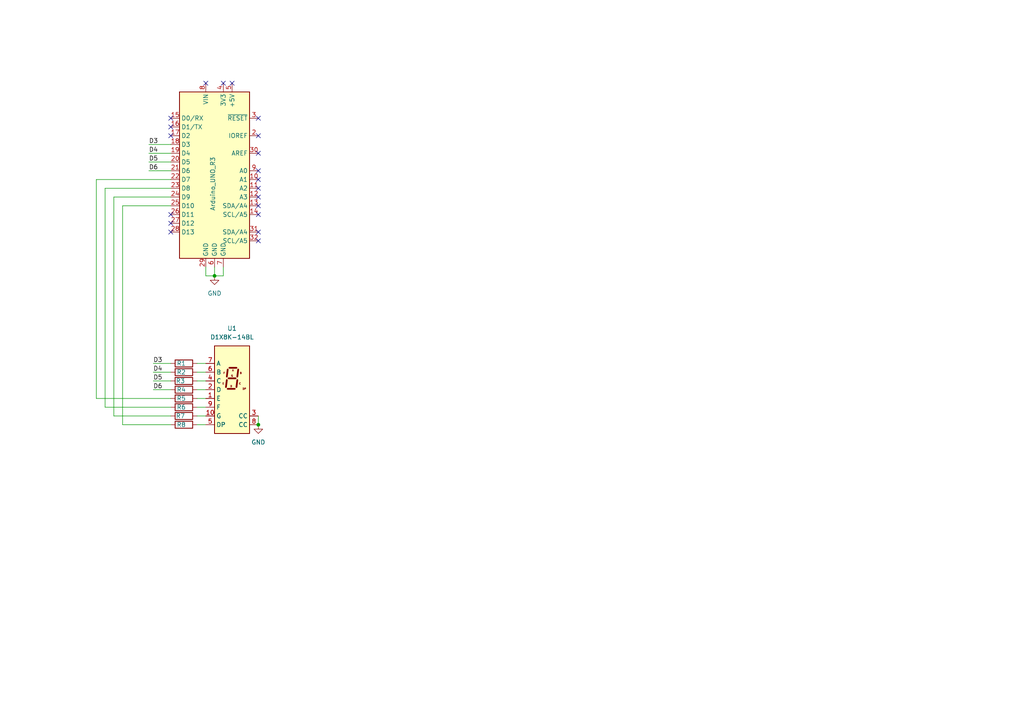
<source format=kicad_sch>
(kicad_sch (version 20231120) (generator "eeschema") (generator_version "8.0")
  (paper "A4")
  (lib_symbols
    (symbol "Device:R" (pin_numbers hide) (pin_names (offset 0))
      (property "Reference" "R" (at 2.032 0 90))
      (property "Value" "R" (at 0 0 90))
      (symbol "R_0_1"
        (rectangle (start -1.016 -2.54) (end 1.016 2.54) (stroke (width 0.254)))
      )
      (symbol "R_1_1"
        (pin passive line (at 0 3.81 270) (length 1.27) (name "~") (number "1"))
        (pin passive line (at 0 -3.81 90) (length 1.27) (name "~") (number "2"))
      )
    )
    (symbol "Display_Character:D1X8K-14BL"
      (property "Reference" "U" (at -2.54 13.97 0))
      (property "Value" "D1X8K-14BL" (at 1.27 13.97 0))
      (symbol "D1X8K-14BL_0_0"
        (text "A" (at 0.254 5.588 0) (effects (font (size 0.508 0.508))))
        (text "B" (at 2.54 4.826 0) (effects (font (size 0.508 0.508))))
        (text "C" (at 2.286 1.778 0) (effects (font (size 0.508 0.508))))
        (text "D" (at -0.254 1.016 0) (effects (font (size 0.508 0.508))))
        (text "DP" (at 3.556 0.254 0) (effects (font (size 0.508 0.508))))
        (text "E" (at -2.54 1.778 0) (effects (font (size 0.508 0.508))))
        (text "F" (at -2.286 4.826 0) (effects (font (size 0.508 0.508))))
        (text "G" (at 0 4.064 0) (effects (font (size 0.508 0.508))))
      )
      (symbol "D1X8K-14BL_0_1"
        (rectangle (start -5.08 12.7) (end 5.08 -12.7) (stroke (width 0.254)) (fill (type background)))
        (polyline (pts (xy -1.524 2.794) (xy -1.778 0.762)) (stroke (width 0.508)))
        (polyline (pts (xy -1.27 0.254) (xy 0.762 0.254)) (stroke (width 0.508)))
        (polyline (pts (xy -1.27 5.842) (xy -1.524 3.81)) (stroke (width 0.508)))
        (polyline (pts (xy -1.016 3.302) (xy 1.016 3.302)) (stroke (width 0.508)))
        (polyline (pts (xy -0.762 6.35) (xy 1.27 6.35)) (stroke (width 0.508)))
        (polyline (pts (xy 1.524 2.794) (xy 1.27 0.762)) (stroke (width 0.508)))
        (polyline (pts (xy 1.778 5.842) (xy 1.524 3.81)) (stroke (width 0.508)))
        (polyline (pts (xy 2.54 0.254) (xy 2.54 0.254)) (stroke (width 0.508)))
      )
      (symbol "D1X8K-14BL_1_1"
        (pin input line (at -7.62 -2.54 0) (length 2.54) (name "E") (number "1"))
        (pin input line (at -7.62 -7.62 0) (length 2.54) (name "G") (number "10"))
        (pin input line (at -7.62 0 0) (length 2.54) (name "D") (number "2"))
        (pin input line (at 7.62 -7.62 180) (length 2.54) (name "CC") (number "3"))
        (pin input line (at -7.62 2.54 0) (length 2.54) (name "C") (number "4"))
        (pin input line (at -7.62 -10.16 0) (length 2.54) (name "DP") (number "5"))
        (pin input line (at -7.62 5.08 0) (length 2.54) (name "B") (number "6"))
        (pin input line (at -7.62 7.62 0) (length 2.54) (name "A") (number "7"))
        (pin input line (at 7.62 -10.16 180) (length 2.54) (name "CC") (number "8"))
        (pin input line (at -7.62 -5.08 0) (length 2.54) (name "F") (number "9"))
      )
    )
    (symbol "MCU_Module:Arduino_UNO_R3"
      (property "Reference" "A" (at -10.16 23.495 0))
      (property "Value" "Arduino_UNO_R3" (at 5.08 -26.67 0))
      (symbol "Arduino_UNO_R3_0_1"
        (rectangle (start -10.16 22.86) (end 10.16 -25.4) (stroke (width 0.254)) (fill (type background)))
      )
      (symbol "Arduino_UNO_R3_1_1"
        (pin no_connect line (at -10.16 -20.32 0) (length 2.54) hide (name "NC") (number "1"))
        (pin bidirectional line (at 12.7 -2.54 180) (length 2.54) (name "A1") (number "10"))
        (pin bidirectional line (at 12.7 -5.08 180) (length 2.54) (name "A2") (number "11"))
        (pin bidirectional line (at 12.7 -7.62 180) (length 2.54) (name "A3") (number "12"))
        (pin bidirectional line (at 12.7 -10.16 180) (length 2.54) (name "SDA/A4") (number "13"))
        (pin bidirectional line (at 12.7 -12.7 180) (length 2.54) (name "SCL/A5") (number "14"))
        (pin bidirectional line (at -12.7 15.24 0) (length 2.54) (name "D0/RX") (number "15"))
        (pin bidirectional line (at -12.7 12.7 0) (length 2.54) (name "D1/TX") (number "16"))
        (pin bidirectional line (at -12.7 10.16 0) (length 2.54) (name "D2") (number "17"))
        (pin bidirectional line (at -12.7 7.62 0) (length 2.54) (name "D3") (number "18"))
        (pin bidirectional line (at -12.7 5.08 0) (length 2.54) (name "D4") (number "19"))
        (pin output line (at 12.7 10.16 180) (length 2.54) (name "IOREF") (number "2"))
        (pin bidirectional line (at -12.7 2.54 0) (length 2.54) (name "D5") (number "20"))
        (pin bidirectional line (at -12.7 0 0) (length 2.54) (name "D6") (number "21"))
        (pin bidirectional line (at -12.7 -2.54 0) (length 2.54) (name "D7") (number "22"))
        (pin bidirectional line (at -12.7 -5.08 0) (length 2.54) (name "D8") (number "23"))
        (pin bidirectional line (at -12.7 -7.62 0) (length 2.54) (name "D9") (number "24"))
        (pin bidirectional line (at -12.7 -10.16 0) (length 2.54) (name "D10") (number "25"))
        (pin bidirectional line (at -12.7 -12.7 0) (length 2.54) (name "D11") (number "26"))
        (pin bidirectional line (at -12.7 -15.24 0) (length 2.54) (name "D12") (number "27"))
        (pin bidirectional line (at -12.7 -17.78 0) (length 2.54) (name "D13") (number "28"))
        (pin power_in line (at -2.54 -27.94 90) (length 2.54) (name "GND") (number "29"))
        (pin input line (at 12.7 15.24 180) (length 2.54) (name "~{RESET}") (number "3"))
        (pin input line (at 12.7 5.08 180) (length 2.54) (name "AREF") (number "30"))
        (pin bidirectional line (at 12.7 -17.78 180) (length 2.54) (name "SDA/A4") (number "31"))
        (pin bidirectional line (at 12.7 -20.32 180) (length 2.54) (name "SCL/A5") (number "32"))
        (pin power_out line (at 2.54 25.4 270) (length 2.54) (name "3V3") (number "4"))
        (pin power_out line (at 5.08 25.4 270) (length 2.54) (name "+5V") (number "5"))
        (pin power_in line (at 0 -27.94 90) (length 2.54) (name "GND") (number "6"))
        (pin power_in line (at 2.54 -27.94 90) (length 2.54) (name "GND") (number "7"))
        (pin power_in line (at -2.54 25.4 270) (length 2.54) (name "VIN") (number "8"))
        (pin bidirectional line (at 12.7 0 180) (length 2.54) (name "A0") (number "9"))
      )
    )
    (symbol "power:GND" (power) (pin_numbers hide) (pin_names (offset 0) hide)
      (property "Value" "GND" (at 0 -3.81 0))
      (symbol "GND_0_1"
        (polyline (pts (xy 0 0) (xy 0 -1.27) (xy 1.27 -1.27) (xy 0 -2.54) (xy -1.27 -1.27) (xy 0 -1.27)))
      )
      (symbol "GND_1_1"
        (pin power_in line (at 0 0 270) (length 0) (name "~") (number "1"))
      )
    )
  )
  (junction (at 74.93 123.19))
  (junction (at 62.23 80.01))
  (no_connect (at 74.93 39.37))
  (no_connect (at 49.53 62.23))
  (no_connect (at 74.93 49.53))
  (no_connect (at 74.93 54.61))
  (no_connect (at 74.93 44.45))
  (no_connect (at 49.53 39.37))
  (no_connect (at 49.53 67.31))
  (no_connect (at 74.93 34.29))
  (no_connect (at 67.31 24.13))
  (no_connect (at 49.53 34.29))
  (no_connect (at 74.93 52.07))
  (no_connect (at 64.77 24.13))
  (no_connect (at 74.93 57.15))
  (no_connect (at 49.53 36.83))
  (no_connect (at 74.93 62.23))
  (no_connect (at 74.93 69.85))
  (no_connect (at 59.69 24.13))
  (no_connect (at 74.93 59.69))
  (no_connect (at 49.53 64.77))
  (no_connect (at 74.93 67.31))
  (wire (pts (xy 43.18 41.91) (xy 49.53 41.91)))
  (wire (pts (xy 57.15 123.19) (xy 59.69 123.19)))
  (wire (pts (xy 43.18 44.45) (xy 49.53 44.45)))
  (wire (pts (xy 44.45 105.41) (xy 49.53 105.41)))
  (wire (pts (xy 49.53 54.61) (xy 30.48 54.61)))
  (wire (pts (xy 44.45 110.49) (xy 49.53 110.49)))
  (wire (pts (xy 57.15 107.95) (xy 59.69 107.95)))
  (wire (pts (xy 59.69 80.01) (xy 62.23 80.01)))
  (wire (pts (xy 35.56 123.19) (xy 49.53 123.19)))
  (wire (pts (xy 44.45 113.03) (xy 49.53 113.03)))
  (wire (pts (xy 57.15 110.49) (xy 59.69 110.49)))
  (wire (pts (xy 44.45 107.95) (xy 49.53 107.95)))
  (wire (pts (xy 64.77 77.47) (xy 64.77 80.01)))
  (wire (pts (xy 33.02 57.15) (xy 33.02 120.65)))
  (wire (pts (xy 43.18 49.53) (xy 49.53 49.53)))
  (wire (pts (xy 49.53 57.15) (xy 33.02 57.15)))
  (wire (pts (xy 35.56 59.69) (xy 35.56 123.19)))
  (wire (pts (xy 62.23 77.47) (xy 62.23 80.01)))
  (wire (pts (xy 59.69 77.47) (xy 59.69 80.01)))
  (wire (pts (xy 74.93 120.65) (xy 74.93 123.19)))
  (wire (pts (xy 27.94 52.07) (xy 27.94 115.57)))
  (wire (pts (xy 57.15 113.03) (xy 59.69 113.03)))
  (wire (pts (xy 64.77 80.01) (xy 62.23 80.01)))
  (wire (pts (xy 57.15 118.11) (xy 59.69 118.11)))
  (wire (pts (xy 49.53 59.69) (xy 35.56 59.69)))
  (wire (pts (xy 33.02 120.65) (xy 49.53 120.65)))
  (wire (pts (xy 43.18 46.99) (xy 49.53 46.99)))
  (wire (pts (xy 30.48 54.61) (xy 30.48 118.11)))
  (wire (pts (xy 27.94 115.57) (xy 49.53 115.57)))
  (wire (pts (xy 57.15 105.41) (xy 59.69 105.41)))
  (wire (pts (xy 57.15 115.57) (xy 59.69 115.57)))
  (wire (pts (xy 49.53 52.07) (xy 27.94 52.07)))
  (wire (pts (xy 30.48 118.11) (xy 49.53 118.11)))
  (wire (pts (xy 57.15 120.65) (xy 59.69 120.65)))
  (label "D3" (at 43.18 41.91 0))
  (label "D6" (at 44.45 113.03 0))
  (label "D5" (at 43.18 46.99 0))
  (label "D4" (at 44.45 107.95 0))
  (label "D6" (at 43.18 49.53 0))
  (label "D4" (at 43.18 44.45 0))
  (label "D3" (at 44.45 105.41 0))
  (label "D5" (at 44.45 110.49 0))
  (symbol (lib_id "Device:R") (at 53.34 113.03 90) (unit 1)
    (property "Reference" "R4" (at 52.578 113.03 90))
    (property "Value" "R" (effects (hide yes)))
    (property "Footprint" "Resistor_THT:R_Axial_DIN0207_L6.3mm_D2.5mm_P15.24mm_Horizontal" (effects (hide yes)))
    (property "Description" "Resistor" (effects (hide yes)))
  )
  (symbol (lib_id "power:GND") (at 74.93 123.19 0) (unit 1)
    (property "Reference" "#PWR02" (effects (hide yes)))
    (property "Value" "GND" (at 74.93 128.27 0))
    (property "Description" "Power symbol creates a global label with name \"GND\" , ground" (effects (hide yes)))
  )
  (symbol (lib_id "Display_Character:D1X8K-14BL") (at 67.31 113.03 0) (unit 1)
    (property "Reference" "U1" (at 67.31 95.25 0))
    (property "Value" "D1X8K-14BL" (at 67.31 97.79 0))
    (property "Footprint" "Display_7Segment:D1X8K" (effects (hide yes)))
    (property "Datasheet" "https://ia800903.us.archive.org/24/items/CTKD1x8K/Cromatek%20D168K.pdf" (effects (hide yes)))
    (property "Description" "One digit 7 segment ultra bright blue LED, low current, common cathode" (effects (hide yes)))
  )
  (symbol (lib_id "Device:R") (at 53.34 123.19 90) (unit 1)
    (property "Reference" "R8" (at 52.578 123.19 90))
    (property "Value" "R" (effects (hide yes)))
    (property "Footprint" "Resistor_THT:R_Axial_DIN0207_L6.3mm_D2.5mm_P15.24mm_Horizontal" (effects (hide yes)))
    (property "Description" "Resistor" (effects (hide yes)))
  )
  (symbol (lib_id "Device:R") (at 53.34 120.65 90) (unit 1)
    (property "Reference" "R7" (at 52.324 120.65 90))
    (property "Value" "R" (effects (hide yes)))
    (property "Footprint" "Resistor_THT:R_Axial_DIN0207_L6.3mm_D2.5mm_P15.24mm_Horizontal" (effects (hide yes)))
    (property "Description" "Resistor" (effects (hide yes)))
  )
  (symbol (lib_id "power:GND") (at 62.23 80.01 0) (unit 1)
    (property "Reference" "#PWR01" (effects (hide yes)))
    (property "Value" "GND" (at 62.23 85.09 0))
    (property "Description" "Power symbol creates a global label with name \"GND\" , ground" (effects (hide yes)))
  )
  (symbol (lib_id "Device:R") (at 53.34 118.11 90) (unit 1)
    (property "Reference" "R6" (at 52.578 118.11 90))
    (property "Value" "R" (effects (hide yes)))
    (property "Footprint" "Resistor_THT:R_Axial_DIN0207_L6.3mm_D2.5mm_P15.24mm_Horizontal" (effects (hide yes)))
    (property "Description" "Resistor" (effects (hide yes)))
  )
  (symbol (lib_id "Device:R") (at 53.34 105.41 90) (unit 1)
    (property "Reference" "R1" (at 52.578 105.41 90))
    (property "Value" "R" (effects (hide yes)))
    (property "Footprint" "Resistor_THT:R_Axial_DIN0207_L6.3mm_D2.5mm_P15.24mm_Horizontal" (effects (hide yes)))
    (property "Description" "Resistor" (effects (hide yes)))
  )
  (symbol (lib_id "Device:R") (at 53.34 107.95 90) (unit 1)
    (property "Reference" "R2" (at 52.578 107.95 90))
    (property "Value" "R" (effects (hide yes)))
    (property "Footprint" "Resistor_THT:R_Axial_DIN0207_L6.3mm_D2.5mm_P15.24mm_Horizontal" (effects (hide yes)))
    (property "Description" "Resistor" (effects (hide yes)))
  )
  (symbol (lib_id "Device:R") (at 53.34 115.57 90) (unit 1)
    (property "Reference" "R5" (at 52.578 115.57 90))
    (property "Value" "R" (effects (hide yes)))
    (property "Footprint" "Resistor_THT:R_Axial_DIN0207_L6.3mm_D2.5mm_P15.24mm_Horizontal" (effects (hide yes)))
    (property "Description" "Resistor" (effects (hide yes)))
  )
  (symbol (lib_id "MCU_Module:Arduino_UNO_R3") (at 62.23 49.53 0) (unit 1)
    (property "Reference" "A1" (effects (hide yes)))
    (property "Value" "Arduino_UNO_R3" (at 61.722 45.466 90) (effects (justify right)))
    (property "Footprint" "Module:Arduino_UNO_R3" (effects (hide yes)))
    (property "Datasheet" "https://www.arduino.cc/en/Main/arduinoBoardUno" (effects (hide yes)))
    (property "Description" "Arduino UNO Microcontroller Module, release 3" (effects (hide yes)))
  )
  (symbol (lib_id "Device:R") (at 53.34 110.49 90) (unit 1)
    (property "Reference" "R3" (at 52.324 110.49 90))
    (property "Value" "R" (effects (hide yes)))
    (property "Footprint" "Resistor_THT:R_Axial_DIN0207_L6.3mm_D2.5mm_P15.24mm_Horizontal" (effects (hide yes)))
    (property "Description" "Resistor" (effects (hide yes)))
  )
)
</source>
